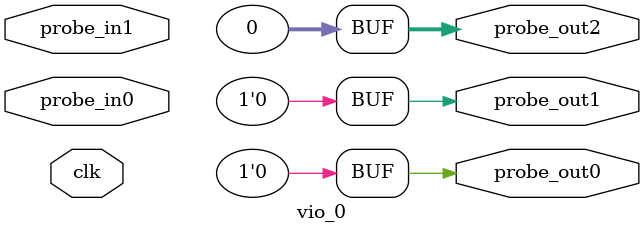
<source format=v>
`timescale 1ns / 1ps
module vio_0 (
clk,
probe_in0,probe_in1,
probe_out0,
probe_out1,
probe_out2
);

input clk;
input [15 : 0] probe_in0;
input [15 : 0] probe_in1;

output reg [0 : 0] probe_out0 = 'h0 ;
output reg [0 : 0] probe_out1 = 'h0 ;
output reg [31 : 0] probe_out2 = 'h00000000 ;


endmodule

</source>
